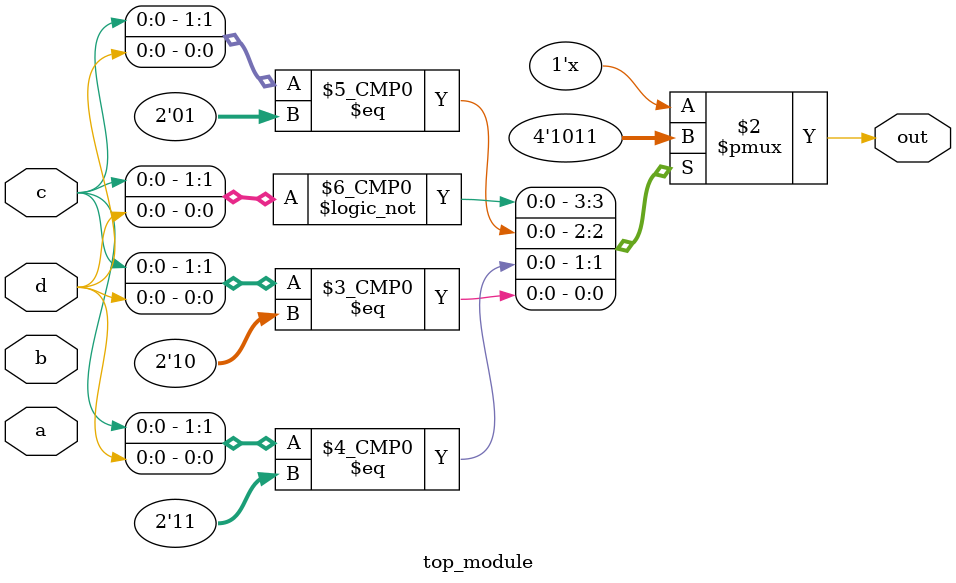
<source format=sv>
module top_module (
    input a, 
    input b,
    input c,
    input d,
    output reg out
);

always @(*) begin
    case ({c, d})
        2'b00: out = 1'b1;
        2'b01: out = 1'b0;
        2'b11: out = 1'b1;
        2'b10: out = 1'b1;
    endcase
end

endmodule

</source>
